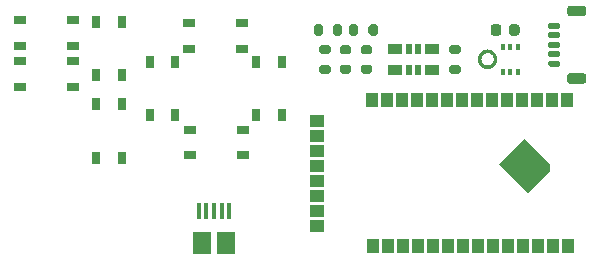
<source format=gbr>
%TF.GenerationSoftware,KiCad,Pcbnew,(5.1.9)-1*%
%TF.CreationDate,2021-08-08T21:49:21+01:00*%
%TF.ProjectId,glassphones - main pcb,676c6173-7370-4686-9f6e-6573202d206d,rev?*%
%TF.SameCoordinates,Original*%
%TF.FileFunction,Paste,Top*%
%TF.FilePolarity,Positive*%
%FSLAX46Y46*%
G04 Gerber Fmt 4.6, Leading zero omitted, Abs format (unit mm)*
G04 Created by KiCad (PCBNEW (5.1.9)-1) date 2021-08-08 21:49:21*
%MOMM*%
%LPD*%
G01*
G04 APERTURE LIST*
%ADD10C,0.010000*%
%ADD11R,1.219200X0.939800*%
%ADD12R,0.508000X0.939800*%
%ADD13R,0.400000X0.600000*%
%ADD14C,0.100000*%
%ADD15R,1.000000X0.750000*%
%ADD16R,0.750000X1.000000*%
%ADD17R,1.500000X1.900000*%
%ADD18R,0.400000X1.350000*%
%ADD19R,1.000000X1.200000*%
%ADD20R,1.200000X1.000000*%
G04 APERTURE END LIST*
D10*
%TO.C,U1*%
G36*
X184690400Y-51584800D02*
G01*
X185452400Y-51584800D01*
X185452400Y-52346800D01*
X184690400Y-52346800D01*
X184690400Y-51584800D01*
G37*
X184690400Y-51584800D02*
X185452400Y-51584800D01*
X185452400Y-52346800D01*
X184690400Y-52346800D01*
X184690400Y-51584800D01*
G36*
X183674400Y-52600800D02*
G01*
X184436400Y-52600800D01*
X184436400Y-53362800D01*
X183674400Y-53362800D01*
X183674400Y-52600800D01*
G37*
X183674400Y-52600800D02*
X184436400Y-52600800D01*
X184436400Y-53362800D01*
X183674400Y-53362800D01*
X183674400Y-52600800D01*
G36*
X183572800Y-50518000D02*
G01*
X184334800Y-50518000D01*
X184334800Y-51280000D01*
X183572800Y-51280000D01*
X183572800Y-50518000D01*
G37*
X183572800Y-50518000D02*
X184334800Y-50518000D01*
X184334800Y-51280000D01*
X183572800Y-51280000D01*
X183572800Y-50518000D01*
G36*
X182633000Y-51483200D02*
G01*
X183395000Y-51483200D01*
X183395000Y-52245200D01*
X182633000Y-52245200D01*
X182633000Y-51483200D01*
G37*
X182633000Y-51483200D02*
X183395000Y-51483200D01*
X183395000Y-52245200D01*
X182633000Y-52245200D01*
X182633000Y-51483200D01*
%TD*%
%TO.C,J5*%
G36*
G01*
X186765000Y-43600000D02*
X186015000Y-43600000D01*
G75*
G02*
X185890000Y-43475000I0J125000D01*
G01*
X185890000Y-43225000D01*
G75*
G02*
X186015000Y-43100000I125000J0D01*
G01*
X186765000Y-43100000D01*
G75*
G02*
X186890000Y-43225000I0J-125000D01*
G01*
X186890000Y-43475000D01*
G75*
G02*
X186765000Y-43600000I-125000J0D01*
G01*
G37*
G36*
G01*
X186765000Y-42800000D02*
X186015000Y-42800000D01*
G75*
G02*
X185890000Y-42675000I0J125000D01*
G01*
X185890000Y-42425000D01*
G75*
G02*
X186015000Y-42300000I125000J0D01*
G01*
X186765000Y-42300000D01*
G75*
G02*
X186890000Y-42425000I0J-125000D01*
G01*
X186890000Y-42675000D01*
G75*
G02*
X186765000Y-42800000I-125000J0D01*
G01*
G37*
G36*
G01*
X186765000Y-42000000D02*
X186015000Y-42000000D01*
G75*
G02*
X185890000Y-41875000I0J125000D01*
G01*
X185890000Y-41625000D01*
G75*
G02*
X186015000Y-41500000I125000J0D01*
G01*
X186765000Y-41500000D01*
G75*
G02*
X186890000Y-41625000I0J-125000D01*
G01*
X186890000Y-41875000D01*
G75*
G02*
X186765000Y-42000000I-125000J0D01*
G01*
G37*
G36*
G01*
X186765000Y-41200000D02*
X186015000Y-41200000D01*
G75*
G02*
X185890000Y-41075000I0J125000D01*
G01*
X185890000Y-40825000D01*
G75*
G02*
X186015000Y-40700000I125000J0D01*
G01*
X186765000Y-40700000D01*
G75*
G02*
X186890000Y-40825000I0J-125000D01*
G01*
X186890000Y-41075000D01*
G75*
G02*
X186765000Y-41200000I-125000J0D01*
G01*
G37*
G36*
G01*
X186765000Y-40400000D02*
X186015000Y-40400000D01*
G75*
G02*
X185890000Y-40275000I0J125000D01*
G01*
X185890000Y-40025000D01*
G75*
G02*
X186015000Y-39900000I125000J0D01*
G01*
X186765000Y-39900000D01*
G75*
G02*
X186890000Y-40025000I0J-125000D01*
G01*
X186890000Y-40275000D01*
G75*
G02*
X186765000Y-40400000I-125000J0D01*
G01*
G37*
G36*
G01*
X188885000Y-45050000D02*
X187735000Y-45050000D01*
G75*
G02*
X187510000Y-44825000I0J225000D01*
G01*
X187510000Y-44375000D01*
G75*
G02*
X187735000Y-44150000I225000J0D01*
G01*
X188885000Y-44150000D01*
G75*
G02*
X189110000Y-44375000I0J-225000D01*
G01*
X189110000Y-44825000D01*
G75*
G02*
X188885000Y-45050000I-225000J0D01*
G01*
G37*
G36*
G01*
X188885000Y-39350000D02*
X187735000Y-39350000D01*
G75*
G02*
X187510000Y-39125000I0J225000D01*
G01*
X187510000Y-38675000D01*
G75*
G02*
X187735000Y-38450000I225000J0D01*
G01*
X188885000Y-38450000D01*
G75*
G02*
X189110000Y-38675000I0J-225000D01*
G01*
X189110000Y-39125000D01*
G75*
G02*
X188885000Y-39350000I-225000J0D01*
G01*
G37*
%TD*%
D11*
%TO.C,R2*%
X172950600Y-42136400D03*
D12*
X174106201Y-42136400D03*
X174906199Y-42136400D03*
D11*
X176049400Y-42136400D03*
X176049400Y-43863600D03*
D12*
X174906199Y-43863600D03*
X174106201Y-43863600D03*
D11*
X172950600Y-43863600D03*
%TD*%
D13*
%TO.C,U3*%
X182700000Y-41900000D03*
X182700000Y-44050000D03*
X182050000Y-41900000D03*
X182050000Y-44050000D03*
X183350000Y-41900000D03*
X183350000Y-44050000D03*
D14*
G36*
X180648947Y-43786071D02*
G01*
X180569541Y-43770276D01*
X180492066Y-43746774D01*
X180417267Y-43715791D01*
X180345865Y-43677626D01*
X180278548Y-43632646D01*
X180215964Y-43581285D01*
X180158715Y-43524036D01*
X180107354Y-43461452D01*
X180062374Y-43394135D01*
X180024209Y-43322733D01*
X179993226Y-43247934D01*
X179969724Y-43170459D01*
X179953929Y-43091053D01*
X179945994Y-43010481D01*
X179945994Y-42929519D01*
X179953929Y-42848947D01*
X179969724Y-42769541D01*
X179993226Y-42692066D01*
X180024209Y-42617267D01*
X180062374Y-42545865D01*
X180107354Y-42478548D01*
X180158715Y-42415964D01*
X180215964Y-42358715D01*
X180278548Y-42307354D01*
X180345865Y-42262374D01*
X180417267Y-42224209D01*
X180492066Y-42193226D01*
X180569541Y-42169724D01*
X180648947Y-42153929D01*
X180729519Y-42145994D01*
X180810481Y-42145994D01*
X180891053Y-42153929D01*
X180970459Y-42169724D01*
X181047934Y-42193226D01*
X181122733Y-42224209D01*
X181194135Y-42262374D01*
X181261452Y-42307354D01*
X181324036Y-42358715D01*
X181381285Y-42415964D01*
X181432646Y-42478548D01*
X181477626Y-42545865D01*
X181515791Y-42617267D01*
X181546774Y-42692066D01*
X181570276Y-42769541D01*
X181586071Y-42848947D01*
X181593069Y-42920000D01*
X181600000Y-42920000D01*
X181600000Y-42995761D01*
X181294368Y-42995761D01*
X181294368Y-42944239D01*
X181289318Y-42892967D01*
X181279266Y-42842435D01*
X181264311Y-42793133D01*
X181244594Y-42745534D01*
X181220308Y-42700096D01*
X181191684Y-42657258D01*
X181158999Y-42617432D01*
X181122568Y-42581001D01*
X181082742Y-42548316D01*
X181039904Y-42519692D01*
X180994466Y-42495406D01*
X180946867Y-42475689D01*
X180897565Y-42460734D01*
X180847033Y-42450682D01*
X180795761Y-42445632D01*
X180744239Y-42445632D01*
X180692967Y-42450682D01*
X180642435Y-42460734D01*
X180593133Y-42475689D01*
X180545534Y-42495406D01*
X180500096Y-42519692D01*
X180457258Y-42548316D01*
X180417432Y-42581001D01*
X180381001Y-42617432D01*
X180348316Y-42657258D01*
X180319692Y-42700096D01*
X180295406Y-42745534D01*
X180275689Y-42793133D01*
X180260734Y-42842435D01*
X180250682Y-42892967D01*
X180245632Y-42944239D01*
X180245632Y-42995761D01*
X180250682Y-43047033D01*
X180260734Y-43097565D01*
X180275689Y-43146867D01*
X180295406Y-43194466D01*
X180319692Y-43239904D01*
X180348316Y-43282742D01*
X180381001Y-43322568D01*
X180417432Y-43358999D01*
X180457258Y-43391684D01*
X180500096Y-43420308D01*
X180545534Y-43444594D01*
X180593133Y-43464311D01*
X180642435Y-43479266D01*
X180692967Y-43489318D01*
X180744239Y-43494368D01*
X180795761Y-43494368D01*
X180847033Y-43489318D01*
X180897565Y-43479266D01*
X180946867Y-43464311D01*
X180994466Y-43444594D01*
X181039904Y-43420308D01*
X181082742Y-43391684D01*
X181122568Y-43358999D01*
X181158999Y-43322568D01*
X181191684Y-43282742D01*
X181220308Y-43239904D01*
X181244594Y-43194466D01*
X181264311Y-43146867D01*
X181279266Y-43097565D01*
X181289318Y-43047033D01*
X181294368Y-42995761D01*
X181600000Y-42995761D01*
X181600000Y-43020000D01*
X181593069Y-43020000D01*
X181586071Y-43091053D01*
X181570276Y-43170459D01*
X181546774Y-43247934D01*
X181515791Y-43322733D01*
X181477626Y-43394135D01*
X181432646Y-43461452D01*
X181381285Y-43524036D01*
X181324036Y-43581285D01*
X181261452Y-43632646D01*
X181194135Y-43677626D01*
X181122733Y-43715791D01*
X181047934Y-43746774D01*
X180970459Y-43770276D01*
X180891053Y-43786071D01*
X180810481Y-43794006D01*
X180729519Y-43794006D01*
X180648947Y-43786071D01*
G37*
%TD*%
D15*
%TO.C,RST1*%
X145692987Y-45307263D03*
X141192987Y-45307263D03*
X141192987Y-43157263D03*
X145692987Y-43157263D03*
%TD*%
D16*
%TO.C,Ba1*%
X149771697Y-39801022D03*
X149771697Y-44301022D03*
X147621697Y-44301022D03*
X147621697Y-39801022D03*
%TD*%
D15*
%TO.C,Bu1*%
X159948978Y-42071697D03*
X155448978Y-42071697D03*
X155448978Y-39921697D03*
X159948978Y-39921697D03*
%TD*%
D16*
%TO.C,Br1*%
X161178303Y-47698978D03*
X161178303Y-43198978D03*
X163328303Y-43198978D03*
X163328303Y-47698978D03*
%TD*%
D15*
%TO.C,BOOT1*%
X141201022Y-39678303D03*
X145701022Y-39678303D03*
X145701022Y-41828303D03*
X141201022Y-41828303D03*
%TD*%
D16*
%TO.C,Bl1*%
X152178303Y-47698978D03*
X152178303Y-43198978D03*
X154328303Y-43198978D03*
X154328303Y-47698978D03*
%TD*%
D15*
%TO.C,Bd1*%
X155551022Y-48928303D03*
X160051022Y-48928303D03*
X160051022Y-51078303D03*
X155551022Y-51078303D03*
%TD*%
D16*
%TO.C,Bb1*%
X149771697Y-46801022D03*
X149771697Y-51301022D03*
X147621697Y-51301022D03*
X147621697Y-46801022D03*
%TD*%
D17*
%TO.C,J1*%
X156600000Y-58500000D03*
D18*
X157600000Y-55800000D03*
X158250000Y-55800000D03*
X158900000Y-55800000D03*
X156300000Y-55800000D03*
X156950000Y-55800000D03*
D17*
X158600000Y-58500000D03*
%TD*%
D14*
%TO.C,U1*%
G36*
X183900010Y-49699951D02*
G01*
X183900019Y-49699954D01*
X183900028Y-49699958D01*
X186020042Y-51819972D01*
X186020046Y-51819981D01*
X186020049Y-51819990D01*
X186020050Y-51820000D01*
X186020050Y-52490000D01*
X186020049Y-52490010D01*
X186020046Y-52490019D01*
X186020042Y-52490028D01*
X186020035Y-52490035D01*
X184220035Y-54280035D01*
X184220028Y-54280042D01*
X184220019Y-54280046D01*
X184220010Y-54280049D01*
X184220000Y-54280050D01*
X184219990Y-54280049D01*
X184219981Y-54280046D01*
X184219972Y-54280041D01*
X184219965Y-54280035D01*
X181769965Y-51820035D01*
X181769958Y-51820028D01*
X181769954Y-51820019D01*
X181769951Y-51820010D01*
X181769950Y-51820000D01*
X181769951Y-51819990D01*
X181769954Y-51819981D01*
X181769958Y-51819972D01*
X181769965Y-51819965D01*
X183899965Y-49699965D01*
X183899972Y-49699958D01*
X183899981Y-49699954D01*
X183899990Y-49699951D01*
X183900000Y-49699950D01*
X183900010Y-49699951D01*
G37*
D19*
X171025200Y-58800000D03*
X172295200Y-58800000D03*
X173565200Y-58800000D03*
X174835200Y-58800000D03*
X176105200Y-58800000D03*
X177375200Y-58800000D03*
X178645200Y-58800000D03*
X179915200Y-58800000D03*
X181185200Y-58800000D03*
X182455200Y-58800000D03*
X183725200Y-58800000D03*
X184995200Y-58800000D03*
X186265200Y-58800000D03*
X187535200Y-58800000D03*
X171013900Y-46460000D03*
X172283900Y-46460000D03*
X173553900Y-46460000D03*
X174823900Y-46460000D03*
X176093900Y-46460000D03*
X177363900Y-46460000D03*
X178633900Y-46460000D03*
X179903900Y-46460000D03*
X181173900Y-46460000D03*
X182443900Y-46460000D03*
X183713900Y-46460000D03*
X184983900Y-46460000D03*
X186253900Y-46460000D03*
X187523900Y-46460000D03*
D20*
X166350000Y-48175000D03*
X166350000Y-49445000D03*
X166350000Y-50715000D03*
X166350000Y-51985000D03*
X166350000Y-53255000D03*
X166350000Y-54525000D03*
X166350000Y-55795000D03*
X166350000Y-57065000D03*
%TD*%
%TO.C,R7*%
G36*
G01*
X167275000Y-44225000D02*
X166725000Y-44225000D01*
G75*
G02*
X166525000Y-44025000I0J200000D01*
G01*
X166525000Y-43625000D01*
G75*
G02*
X166725000Y-43425000I200000J0D01*
G01*
X167275000Y-43425000D01*
G75*
G02*
X167475000Y-43625000I0J-200000D01*
G01*
X167475000Y-44025000D01*
G75*
G02*
X167275000Y-44225000I-200000J0D01*
G01*
G37*
G36*
G01*
X167275000Y-42575000D02*
X166725000Y-42575000D01*
G75*
G02*
X166525000Y-42375000I0J200000D01*
G01*
X166525000Y-41975000D01*
G75*
G02*
X166725000Y-41775000I200000J0D01*
G01*
X167275000Y-41775000D01*
G75*
G02*
X167475000Y-41975000I0J-200000D01*
G01*
X167475000Y-42375000D01*
G75*
G02*
X167275000Y-42575000I-200000J0D01*
G01*
G37*
%TD*%
%TO.C,R6*%
G36*
G01*
X169025000Y-44225000D02*
X168475000Y-44225000D01*
G75*
G02*
X168275000Y-44025000I0J200000D01*
G01*
X168275000Y-43625000D01*
G75*
G02*
X168475000Y-43425000I200000J0D01*
G01*
X169025000Y-43425000D01*
G75*
G02*
X169225000Y-43625000I0J-200000D01*
G01*
X169225000Y-44025000D01*
G75*
G02*
X169025000Y-44225000I-200000J0D01*
G01*
G37*
G36*
G01*
X169025000Y-42575000D02*
X168475000Y-42575000D01*
G75*
G02*
X168275000Y-42375000I0J200000D01*
G01*
X168275000Y-41975000D01*
G75*
G02*
X168475000Y-41775000I200000J0D01*
G01*
X169025000Y-41775000D01*
G75*
G02*
X169225000Y-41975000I0J-200000D01*
G01*
X169225000Y-42375000D01*
G75*
G02*
X169025000Y-42575000I-200000J0D01*
G01*
G37*
%TD*%
%TO.C,R5*%
G36*
G01*
X170775000Y-42575000D02*
X170225000Y-42575000D01*
G75*
G02*
X170025000Y-42375000I0J200000D01*
G01*
X170025000Y-41975000D01*
G75*
G02*
X170225000Y-41775000I200000J0D01*
G01*
X170775000Y-41775000D01*
G75*
G02*
X170975000Y-41975000I0J-200000D01*
G01*
X170975000Y-42375000D01*
G75*
G02*
X170775000Y-42575000I-200000J0D01*
G01*
G37*
G36*
G01*
X170775000Y-44225000D02*
X170225000Y-44225000D01*
G75*
G02*
X170025000Y-44025000I0J200000D01*
G01*
X170025000Y-43625000D01*
G75*
G02*
X170225000Y-43425000I200000J0D01*
G01*
X170775000Y-43425000D01*
G75*
G02*
X170975000Y-43625000I0J-200000D01*
G01*
X170975000Y-44025000D01*
G75*
G02*
X170775000Y-44225000I-200000J0D01*
G01*
G37*
%TD*%
%TO.C,R4*%
G36*
G01*
X166825000Y-40225000D02*
X166825000Y-40775000D01*
G75*
G02*
X166625000Y-40975000I-200000J0D01*
G01*
X166225000Y-40975000D01*
G75*
G02*
X166025000Y-40775000I0J200000D01*
G01*
X166025000Y-40225000D01*
G75*
G02*
X166225000Y-40025000I200000J0D01*
G01*
X166625000Y-40025000D01*
G75*
G02*
X166825000Y-40225000I0J-200000D01*
G01*
G37*
G36*
G01*
X168475000Y-40225000D02*
X168475000Y-40775000D01*
G75*
G02*
X168275000Y-40975000I-200000J0D01*
G01*
X167875000Y-40975000D01*
G75*
G02*
X167675000Y-40775000I0J200000D01*
G01*
X167675000Y-40225000D01*
G75*
G02*
X167875000Y-40025000I200000J0D01*
G01*
X168275000Y-40025000D01*
G75*
G02*
X168475000Y-40225000I0J-200000D01*
G01*
G37*
%TD*%
%TO.C,R3*%
G36*
G01*
X169825000Y-40225000D02*
X169825000Y-40775000D01*
G75*
G02*
X169625000Y-40975000I-200000J0D01*
G01*
X169225000Y-40975000D01*
G75*
G02*
X169025000Y-40775000I0J200000D01*
G01*
X169025000Y-40225000D01*
G75*
G02*
X169225000Y-40025000I200000J0D01*
G01*
X169625000Y-40025000D01*
G75*
G02*
X169825000Y-40225000I0J-200000D01*
G01*
G37*
G36*
G01*
X171475000Y-40225000D02*
X171475000Y-40775000D01*
G75*
G02*
X171275000Y-40975000I-200000J0D01*
G01*
X170875000Y-40975000D01*
G75*
G02*
X170675000Y-40775000I0J200000D01*
G01*
X170675000Y-40225000D01*
G75*
G02*
X170875000Y-40025000I200000J0D01*
G01*
X171275000Y-40025000D01*
G75*
G02*
X171475000Y-40225000I0J-200000D01*
G01*
G37*
%TD*%
%TO.C,R1*%
G36*
G01*
X177725000Y-43425000D02*
X178275000Y-43425000D01*
G75*
G02*
X178475000Y-43625000I0J-200000D01*
G01*
X178475000Y-44025000D01*
G75*
G02*
X178275000Y-44225000I-200000J0D01*
G01*
X177725000Y-44225000D01*
G75*
G02*
X177525000Y-44025000I0J200000D01*
G01*
X177525000Y-43625000D01*
G75*
G02*
X177725000Y-43425000I200000J0D01*
G01*
G37*
G36*
G01*
X177725000Y-41775000D02*
X178275000Y-41775000D01*
G75*
G02*
X178475000Y-41975000I0J-200000D01*
G01*
X178475000Y-42375000D01*
G75*
G02*
X178275000Y-42575000I-200000J0D01*
G01*
X177725000Y-42575000D01*
G75*
G02*
X177525000Y-42375000I0J200000D01*
G01*
X177525000Y-41975000D01*
G75*
G02*
X177725000Y-41775000I200000J0D01*
G01*
G37*
%TD*%
%TO.C,C9*%
G36*
G01*
X181925000Y-40250000D02*
X181925000Y-40750000D01*
G75*
G02*
X181700000Y-40975000I-225000J0D01*
G01*
X181250000Y-40975000D01*
G75*
G02*
X181025000Y-40750000I0J225000D01*
G01*
X181025000Y-40250000D01*
G75*
G02*
X181250000Y-40025000I225000J0D01*
G01*
X181700000Y-40025000D01*
G75*
G02*
X181925000Y-40250000I0J-225000D01*
G01*
G37*
G36*
G01*
X183475000Y-40250000D02*
X183475000Y-40750000D01*
G75*
G02*
X183250000Y-40975000I-225000J0D01*
G01*
X182800000Y-40975000D01*
G75*
G02*
X182575000Y-40750000I0J225000D01*
G01*
X182575000Y-40250000D01*
G75*
G02*
X182800000Y-40025000I225000J0D01*
G01*
X183250000Y-40025000D01*
G75*
G02*
X183475000Y-40250000I0J-225000D01*
G01*
G37*
%TD*%
M02*

</source>
